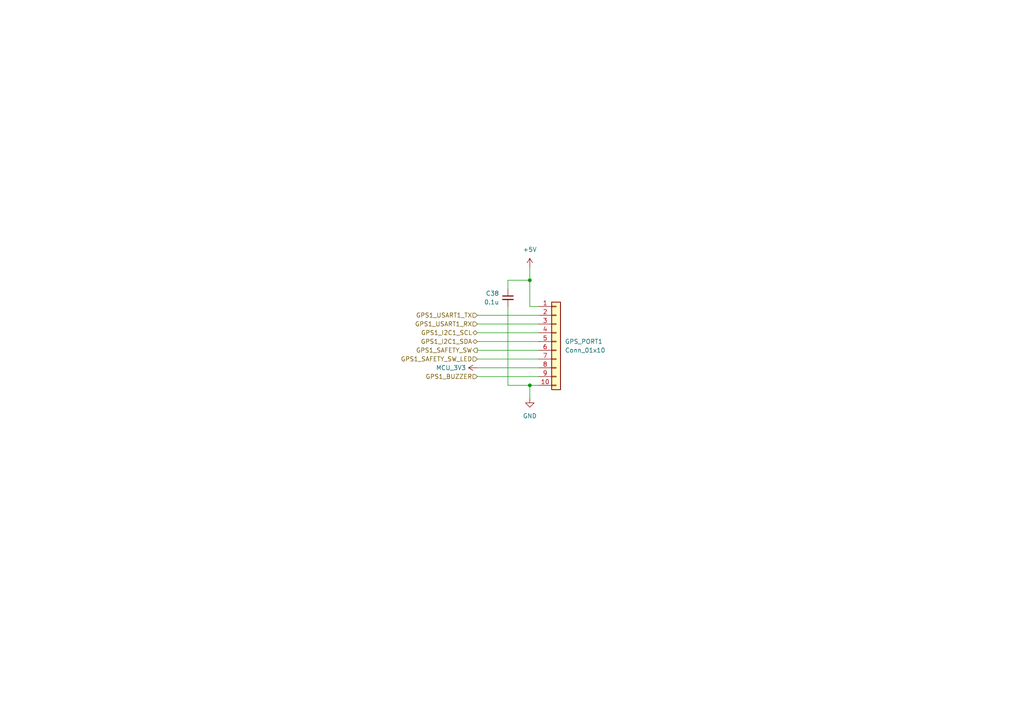
<source format=kicad_sch>
(kicad_sch (version 20231120) (generator "eeschema") (generator_version "8.0")
  (paper "A4")
  (lib_symbols
    (symbol "Connector_Generic:Conn_01x10" (pin_names (offset 1.016) hide)
      (property "Reference" "J" (at 0 12.7 0))
      (property "Value" "Conn_01x10" (at 0 -15.24 0))
      (symbol "Conn_01x10_1_1"
        (rectangle (start -1.27 -12.573) (end 0 -12.827) (stroke (width 0.1524)))
        (rectangle (start -1.27 -10.033) (end 0 -10.287) (stroke (width 0.1524)))
        (rectangle (start -1.27 -7.493) (end 0 -7.747) (stroke (width 0.1524)))
        (rectangle (start -1.27 -4.953) (end 0 -5.207) (stroke (width 0.1524)))
        (rectangle (start -1.27 -2.413) (end 0 -2.667) (stroke (width 0.1524)))
        (rectangle (start -1.27 0.127) (end 0 -0.127) (stroke (width 0.1524)))
        (rectangle (start -1.27 2.667) (end 0 2.413) (stroke (width 0.1524)))
        (rectangle (start -1.27 5.207) (end 0 4.953) (stroke (width 0.1524)))
        (rectangle (start -1.27 7.747) (end 0 7.493) (stroke (width 0.1524)))
        (rectangle (start -1.27 10.287) (end 0 10.033) (stroke (width 0.1524)))
        (rectangle (start -1.27 11.43) (end 1.27 -13.97) (stroke (width 0.254)) (fill (type background)))
        (pin passive line (at -5.08 10.16 0) (length 3.81) (name "Pin_1") (number "1"))
        (pin passive line (at -5.08 -12.7 0) (length 3.81) (name "Pin_10") (number "10"))
        (pin passive line (at -5.08 7.62 0) (length 3.81) (name "Pin_2") (number "2"))
        (pin passive line (at -5.08 5.08 0) (length 3.81) (name "Pin_3") (number "3"))
        (pin passive line (at -5.08 2.54 0) (length 3.81) (name "Pin_4") (number "4"))
        (pin passive line (at -5.08 0 0) (length 3.81) (name "Pin_5") (number "5"))
        (pin passive line (at -5.08 -2.54 0) (length 3.81) (name "Pin_6") (number "6"))
        (pin passive line (at -5.08 -5.08 0) (length 3.81) (name "Pin_7") (number "7"))
        (pin passive line (at -5.08 -7.62 0) (length 3.81) (name "Pin_8") (number "8"))
        (pin passive line (at -5.08 -10.16 0) (length 3.81) (name "Pin_9") (number "9"))
      )
    )
    (symbol "Device:C_Small" (pin_numbers hide) (pin_names (offset 0.254) hide)
      (property "Reference" "C" (at 0.254 1.778 0))
      (property "Value" "C_Small" (at 0.254 -2.032 0))
      (symbol "C_Small_0_1"
        (polyline (pts (xy -1.524 -0.508) (xy 1.524 -0.508)) (stroke (width 0.3302)))
        (polyline (pts (xy -1.524 0.508) (xy 1.524 0.508)) (stroke (width 0.3048)))
      )
      (symbol "C_Small_1_1"
        (pin passive line (at 0 2.54 270) (length 2.032) (name "~") (number "1"))
        (pin passive line (at 0 -2.54 90) (length 2.032) (name "~") (number "2"))
      )
    )
    (symbol "power:+3.3V" (power) (pin_numbers hide) (pin_names (offset 0) hide)
      (property "Value" "+3.3V" (at 0 3.556 0))
      (symbol "+3.3V_0_1"
        (polyline (pts (xy -0.762 1.27) (xy 0 2.54)))
        (polyline (pts (xy 0 0) (xy 0 2.54)))
        (polyline (pts (xy 0 2.54) (xy 0.762 1.27)))
      )
      (symbol "+3.3V_1_1"
        (pin power_in line (at 0 0 90) (length 0) (name "~") (number "1"))
      )
    )
    (symbol "power:+5V" (power) (pin_numbers hide) (pin_names (offset 0) hide)
      (property "Value" "+5V" (at 0 3.556 0))
      (symbol "+5V_0_1"
        (polyline (pts (xy -0.762 1.27) (xy 0 2.54)))
        (polyline (pts (xy 0 0) (xy 0 2.54)))
        (polyline (pts (xy 0 2.54) (xy 0.762 1.27)))
      )
      (symbol "+5V_1_1"
        (pin power_in line (at 0 0 90) (length 0) (name "~") (number "1"))
      )
    )
    (symbol "power:GND" (power) (pin_numbers hide) (pin_names (offset 0) hide)
      (property "Value" "GND" (at 0 -3.81 0))
      (symbol "GND_0_1"
        (polyline (pts (xy 0 0) (xy 0 -1.27) (xy 1.27 -1.27) (xy 0 -2.54) (xy -1.27 -1.27) (xy 0 -1.27)))
      )
      (symbol "GND_1_1"
        (pin power_in line (at 0 0 270) (length 0) (name "~") (number "1"))
      )
    )
  )
  (junction (at 153.67 111.76))
  (junction (at 153.67 81.28))
  (wire (pts (xy 138.43 101.6) (xy 156.21 101.6)))
  (wire (pts (xy 147.32 81.28) (xy 153.67 81.28)))
  (wire (pts (xy 156.21 88.9) (xy 153.67 88.9)))
  (wire (pts (xy 147.32 88.9) (xy 147.32 111.76)))
  (wire (pts (xy 138.43 91.44) (xy 156.21 91.44)))
  (wire (pts (xy 138.43 99.06) (xy 156.21 99.06)))
  (wire (pts (xy 147.32 83.82) (xy 147.32 81.28)))
  (wire (pts (xy 153.67 115.57) (xy 153.67 111.76)))
  (wire (pts (xy 138.43 109.22) (xy 156.21 109.22)))
  (wire (pts (xy 153.67 111.76) (xy 156.21 111.76)))
  (wire (pts (xy 153.67 77.47) (xy 153.67 81.28)))
  (wire (pts (xy 138.43 96.52) (xy 156.21 96.52)))
  (wire (pts (xy 138.43 106.68) (xy 156.21 106.68)))
  (wire (pts (xy 147.32 111.76) (xy 153.67 111.76)))
  (wire (pts (xy 138.43 104.14) (xy 156.21 104.14)))
  (wire (pts (xy 138.43 93.98) (xy 156.21 93.98)))
  (wire (pts (xy 153.67 88.9) (xy 153.67 81.28)))
  (hierarchical_label "GPS1_USART1_RX" (shape input) (at 138.43 93.98 180))
  (hierarchical_label "GPS1_I2C1_SDA" (shape bidirectional) (at 138.43 99.06 180))
  (hierarchical_label "GPS1_SAFETY_SW_LED" (shape input) (at 138.43 104.14 180))
  (hierarchical_label "GPS1_I2C1_SCL" (shape bidirectional) (at 138.43 96.52 180))
  (hierarchical_label "GPS1_BUZZER" (shape input) (at 138.43 109.22 180))
  (hierarchical_label "GPS1_SAFETY_SW" (shape output) (at 138.43 101.6 180))
  (hierarchical_label "GPS1_USART1_TX" (shape input) (at 138.43 91.44 180))
  (symbol (lib_id "power:GND") (at 153.67 115.57 0) (unit 1)
    (property "Reference" "#PWR078" (effects (hide yes)))
    (property "Value" "GND" (at 153.67 120.65 0))
    (property "Description" "Power symbol creates a global label with name \"GND\" , ground" (effects (hide yes)))
  )
  (symbol (lib_id "Connector_Generic:Conn_01x10") (at 161.29 99.06 0) (unit 1)
    (property "Reference" "GPS_PORT1" (at 163.83 99.0599 0) (effects (justify left)))
    (property "Value" "Conn_01x10" (at 163.83 101.5999 0) (effects (justify left)))
    (property "Footprint" "Connector_JST:JST_GH_BM10B-GHS-TBT_1x10-1MP_P1.25mm_Vertical" (effects (hide yes)))
    (property "Description" "Generic connector, single row, 01x10, script generated (kicad-library-utils/schlib/autogen/connector/)" (effects (hide yes)))
  )
  (symbol (lib_id "Device:C_Small") (at 147.32 86.36 0) (unit 1)
    (property "Reference" "C38" (at 144.78 85.0962 0) (effects (justify right)))
    (property "Value" "0.1u" (at 144.78 87.6362 0) (effects (justify right)))
    (property "Footprint" "Capacitor_SMD:C_0402_1005Metric_Pad0.74x0.62mm_HandSolder" (effects (hide yes)))
    (property "Description" "Unpolarized capacitor, small symbol" (effects (hide yes)))
  )
  (symbol (lib_id "power:+5V") (at 153.67 77.47 0) (unit 1)
    (property "Reference" "#PWR077" (effects (hide yes)))
    (property "Value" "+5V" (at 153.67 72.39 0))
    (property "Description" "Power symbol creates a global label with name \"+5V\"" (effects (hide yes)))
  )
  (symbol (lib_id "power:+3.3V") (at 138.43 106.68 90) (unit 1)
    (property "Reference" "#PWR076" (effects (hide yes)))
    (property "Value" "MCU_3V3" (at 130.81 106.68 90))
    (property "Description" "Power symbol creates a global label with name \"+3.3V\"" (effects (hide yes)))
  )
)
</source>
